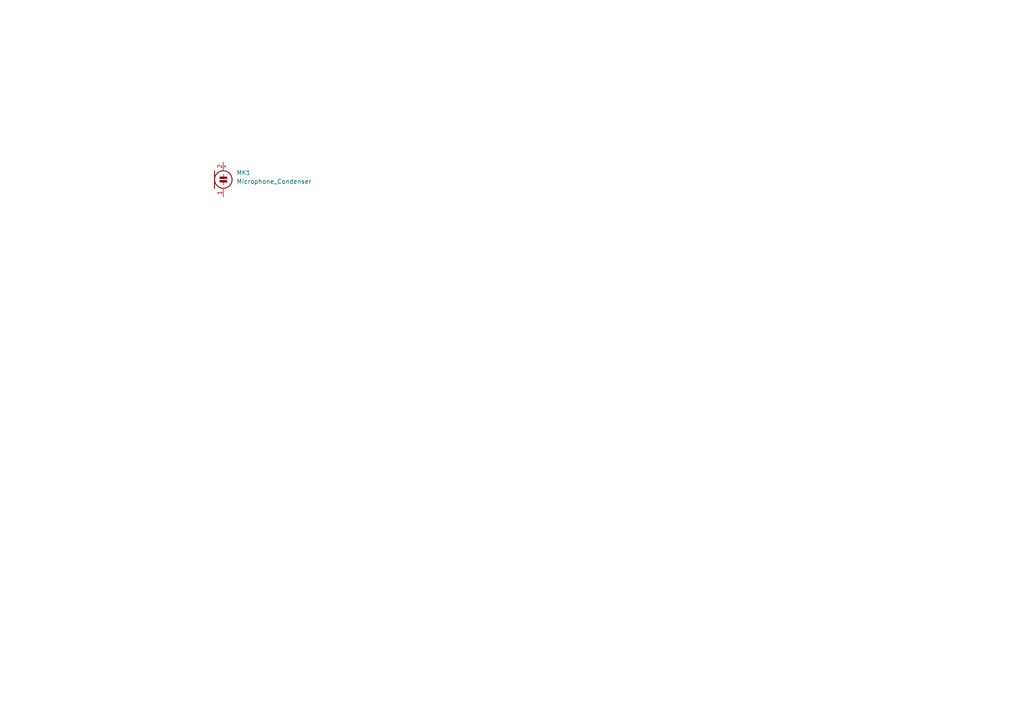
<source format=kicad_sch>
(kicad_sch (version 20250114) (generator "eeschema") (generator_version "9.0")
  (paper "A4")
  (lib_symbols
    (symbol "Device:Microphone_Condenser" (pin_names (offset 0.0254) (hide yes))
      (property "Reference" "MK" (at -3.302 1.27 0))
      (property "Value" "Microphone_Condenser" (at -3.302 -0.635 0))
      (symbol "Microphone_Condenser_0_1"
        (polyline (pts (xy -2.54 2.54) (xy -2.54 -2.54)) (stroke (width 0.254)))
        (polyline (pts (xy 0 0.762) (xy 0 1.524)))
        (circle (center 0 0) (radius 2.54) (stroke (width 0.254)))
        (polyline (pts (xy 0 -0.762) (xy 0 -1.524)))
        (polyline (pts (xy 0.254 3.81) (xy 0.762 3.81)))
        (polyline (pts (xy 0.508 4.064) (xy 0.508 3.556)))
        (rectangle (start 1.016 0.762) (end -1.016 0.254) (fill (type outline)))
        (rectangle (start 1.016 -0.254) (end -1.016 -0.762) (fill (type outline)))
      )
      (symbol "Microphone_Condenser_1_1"
        (pin passive line (at 0 5.08 270) (length 2.54) (name "+") (number "2"))
        (pin passive line (at 0 -5.08 90) (length 2.54) (name "-") (number "1"))
      )
    )
  )
  (symbol (lib_id "Device:Microphone_Condenser") (at 64.77 52.07 0) (unit 1)
    (property "Reference" "MK1" (at 68.58 50.1014 0) (effects (justify left)))
    (property "Value" "Microphone_Condenser" (at 68.58 52.6414 0) (effects (justify left)))
    (property "Description" "Condenser microphone" (effects (hide yes)))
  )
)
</source>
